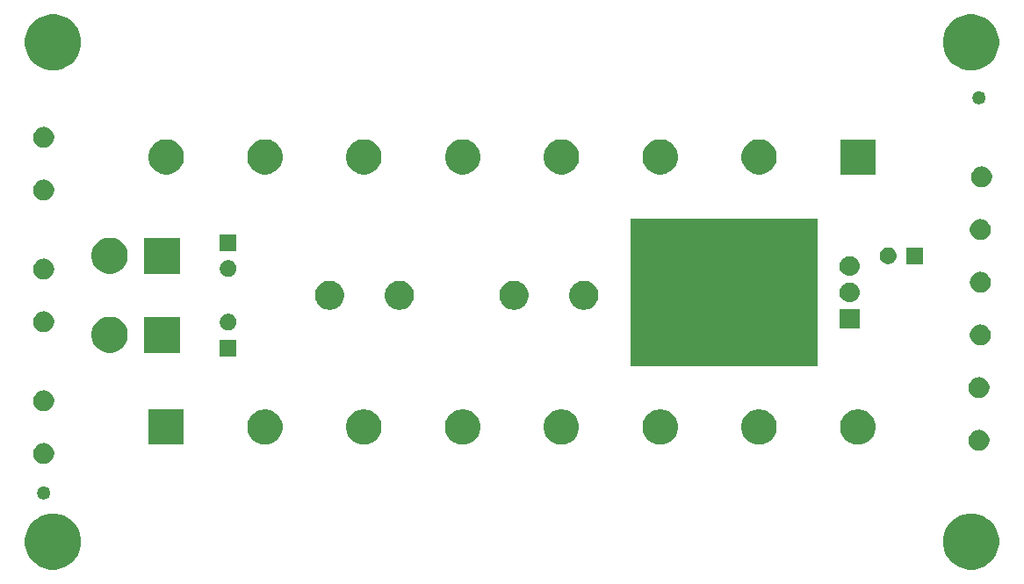
<source format=gbr>
G04 #@! TF.GenerationSoftware,KiCad,Pcbnew,5.0.2-bee76a0~70~ubuntu18.04.1*
G04 #@! TF.CreationDate,2019-06-21T09:24:01-07:00*
G04 #@! TF.ProjectId,aa-power,61612d70-6f77-4657-922e-6b696361645f,rev?*
G04 #@! TF.SameCoordinates,Original*
G04 #@! TF.FileFunction,Soldermask,Bot*
G04 #@! TF.FilePolarity,Negative*
%FSLAX46Y46*%
G04 Gerber Fmt 4.6, Leading zero omitted, Abs format (unit mm)*
G04 Created by KiCad (PCBNEW 5.0.2-bee76a0~70~ubuntu18.04.1) date Fri 21 Jun 2019 09:24:01 AM PDT*
%MOMM*%
%LPD*%
G01*
G04 APERTURE LIST*
%ADD10C,0.100000*%
G04 APERTURE END LIST*
D10*
G36*
X194335560Y-121482759D02*
X194786084Y-121669372D01*
X194826930Y-121686291D01*
X194846736Y-121699525D01*
X195269153Y-121981775D01*
X195645225Y-122357847D01*
X195940710Y-122800072D01*
X196144241Y-123291440D01*
X196248000Y-123813072D01*
X196248000Y-124344928D01*
X196144241Y-124866560D01*
X195940710Y-125357928D01*
X195645225Y-125800153D01*
X195269153Y-126176225D01*
X195269150Y-126176227D01*
X194826930Y-126471709D01*
X194826929Y-126471710D01*
X194826928Y-126471710D01*
X194335560Y-126675241D01*
X193813928Y-126779000D01*
X193282072Y-126779000D01*
X192760440Y-126675241D01*
X192269072Y-126471710D01*
X192269071Y-126471710D01*
X192269070Y-126471709D01*
X191826850Y-126176227D01*
X191826847Y-126176225D01*
X191450775Y-125800153D01*
X191155290Y-125357928D01*
X190951759Y-124866560D01*
X190848000Y-124344928D01*
X190848000Y-123813072D01*
X190951759Y-123291440D01*
X191155290Y-122800072D01*
X191450775Y-122357847D01*
X191826847Y-121981775D01*
X192249264Y-121699525D01*
X192269070Y-121686291D01*
X192309916Y-121669372D01*
X192760440Y-121482759D01*
X193282072Y-121379000D01*
X193813928Y-121379000D01*
X194335560Y-121482759D01*
X194335560Y-121482759D01*
G37*
G36*
X105816560Y-121482759D02*
X106267084Y-121669372D01*
X106307930Y-121686291D01*
X106327736Y-121699525D01*
X106750153Y-121981775D01*
X107126225Y-122357847D01*
X107421710Y-122800072D01*
X107625241Y-123291440D01*
X107729000Y-123813072D01*
X107729000Y-124344928D01*
X107625241Y-124866560D01*
X107421710Y-125357928D01*
X107126225Y-125800153D01*
X106750153Y-126176225D01*
X106750150Y-126176227D01*
X106307930Y-126471709D01*
X106307929Y-126471710D01*
X106307928Y-126471710D01*
X105816560Y-126675241D01*
X105294928Y-126779000D01*
X104763072Y-126779000D01*
X104241440Y-126675241D01*
X103750072Y-126471710D01*
X103750071Y-126471710D01*
X103750070Y-126471709D01*
X103307850Y-126176227D01*
X103307847Y-126176225D01*
X102931775Y-125800153D01*
X102636290Y-125357928D01*
X102432759Y-124866560D01*
X102329000Y-124344928D01*
X102329000Y-123813072D01*
X102432759Y-123291440D01*
X102636290Y-122800072D01*
X102931775Y-122357847D01*
X103307847Y-121981775D01*
X103730264Y-121699525D01*
X103750070Y-121686291D01*
X103790916Y-121669372D01*
X104241440Y-121482759D01*
X104763072Y-121379000D01*
X105294928Y-121379000D01*
X105816560Y-121482759D01*
X105816560Y-121482759D01*
G37*
G36*
X104325223Y-118769403D02*
X104440784Y-118817270D01*
X104544792Y-118886766D01*
X104633234Y-118975208D01*
X104702730Y-119079216D01*
X104750597Y-119194777D01*
X104775000Y-119317459D01*
X104775000Y-119442541D01*
X104750597Y-119565223D01*
X104702730Y-119680784D01*
X104633234Y-119784792D01*
X104544792Y-119873234D01*
X104440784Y-119942730D01*
X104325223Y-119990597D01*
X104202542Y-120015000D01*
X104077458Y-120015000D01*
X103954777Y-119990597D01*
X103839216Y-119942730D01*
X103735208Y-119873234D01*
X103646766Y-119784792D01*
X103577270Y-119680784D01*
X103529403Y-119565223D01*
X103505000Y-119442541D01*
X103505000Y-119317459D01*
X103529403Y-119194777D01*
X103577270Y-119079216D01*
X103646766Y-118975208D01*
X103735208Y-118886766D01*
X103839216Y-118817270D01*
X103954777Y-118769403D01*
X104077458Y-118745000D01*
X104202542Y-118745000D01*
X104325223Y-118769403D01*
X104325223Y-118769403D01*
G37*
G36*
X104315770Y-114585372D02*
X104431689Y-114608429D01*
X104613678Y-114683811D01*
X104777463Y-114793249D01*
X104916751Y-114932537D01*
X105026189Y-115096322D01*
X105101571Y-115278311D01*
X105140000Y-115471509D01*
X105140000Y-115668491D01*
X105101571Y-115861689D01*
X105026189Y-116043678D01*
X104916751Y-116207463D01*
X104777463Y-116346751D01*
X104613678Y-116456189D01*
X104431689Y-116531571D01*
X104315770Y-116554628D01*
X104238493Y-116570000D01*
X104041507Y-116570000D01*
X103964230Y-116554628D01*
X103848311Y-116531571D01*
X103666322Y-116456189D01*
X103502537Y-116346751D01*
X103363249Y-116207463D01*
X103253811Y-116043678D01*
X103178429Y-115861689D01*
X103140000Y-115668491D01*
X103140000Y-115471509D01*
X103178429Y-115278311D01*
X103253811Y-115096322D01*
X103363249Y-114932537D01*
X103502537Y-114793249D01*
X103666322Y-114683811D01*
X103848311Y-114608429D01*
X103964230Y-114585372D01*
X104041507Y-114570000D01*
X104238493Y-114570000D01*
X104315770Y-114585372D01*
X104315770Y-114585372D01*
G37*
G36*
X194485770Y-113315372D02*
X194601689Y-113338429D01*
X194783678Y-113413811D01*
X194947463Y-113523249D01*
X195086751Y-113662537D01*
X195196189Y-113826322D01*
X195271571Y-114008311D01*
X195310000Y-114201509D01*
X195310000Y-114398491D01*
X195271571Y-114591689D01*
X195196189Y-114773678D01*
X195086751Y-114937463D01*
X194947463Y-115076751D01*
X194783678Y-115186189D01*
X194601689Y-115261571D01*
X194485770Y-115284628D01*
X194408493Y-115300000D01*
X194211507Y-115300000D01*
X194134230Y-115284628D01*
X194018311Y-115261571D01*
X193836322Y-115186189D01*
X193672537Y-115076751D01*
X193533249Y-114937463D01*
X193423811Y-114773678D01*
X193348429Y-114591689D01*
X193310000Y-114398491D01*
X193310000Y-114201509D01*
X193348429Y-114008311D01*
X193423811Y-113826322D01*
X193533249Y-113662537D01*
X193672537Y-113523249D01*
X193836322Y-113413811D01*
X194018311Y-113338429D01*
X194134230Y-113315372D01*
X194211507Y-113300000D01*
X194408493Y-113300000D01*
X194485770Y-113315372D01*
X194485770Y-113315372D01*
G37*
G36*
X183012393Y-111373553D02*
X183121872Y-111395330D01*
X183431252Y-111523479D01*
X183709687Y-111709523D01*
X183946477Y-111946313D01*
X184132521Y-112224748D01*
X184260670Y-112534128D01*
X184326000Y-112862565D01*
X184326000Y-113197435D01*
X184260670Y-113525872D01*
X184132521Y-113835252D01*
X183946477Y-114113687D01*
X183709687Y-114350477D01*
X183431252Y-114536521D01*
X183121872Y-114664670D01*
X183025643Y-114683811D01*
X182793437Y-114730000D01*
X182458563Y-114730000D01*
X182226357Y-114683811D01*
X182130128Y-114664670D01*
X181820748Y-114536521D01*
X181542313Y-114350477D01*
X181305523Y-114113687D01*
X181119479Y-113835252D01*
X180991330Y-113525872D01*
X180926000Y-113197435D01*
X180926000Y-112862565D01*
X180991330Y-112534128D01*
X181119479Y-112224748D01*
X181305523Y-111946313D01*
X181542313Y-111709523D01*
X181820748Y-111523479D01*
X182130128Y-111395330D01*
X182239607Y-111373553D01*
X182458563Y-111330000D01*
X182793437Y-111330000D01*
X183012393Y-111373553D01*
X183012393Y-111373553D01*
G37*
G36*
X135387393Y-111373553D02*
X135496872Y-111395330D01*
X135806252Y-111523479D01*
X136084687Y-111709523D01*
X136321477Y-111946313D01*
X136507521Y-112224748D01*
X136635670Y-112534128D01*
X136701000Y-112862565D01*
X136701000Y-113197435D01*
X136635670Y-113525872D01*
X136507521Y-113835252D01*
X136321477Y-114113687D01*
X136084687Y-114350477D01*
X135806252Y-114536521D01*
X135496872Y-114664670D01*
X135400643Y-114683811D01*
X135168437Y-114730000D01*
X134833563Y-114730000D01*
X134601357Y-114683811D01*
X134505128Y-114664670D01*
X134195748Y-114536521D01*
X133917313Y-114350477D01*
X133680523Y-114113687D01*
X133494479Y-113835252D01*
X133366330Y-113525872D01*
X133301000Y-113197435D01*
X133301000Y-112862565D01*
X133366330Y-112534128D01*
X133494479Y-112224748D01*
X133680523Y-111946313D01*
X133917313Y-111709523D01*
X134195748Y-111523479D01*
X134505128Y-111395330D01*
X134614607Y-111373553D01*
X134833563Y-111330000D01*
X135168437Y-111330000D01*
X135387393Y-111373553D01*
X135387393Y-111373553D01*
G37*
G36*
X144912393Y-111373553D02*
X145021872Y-111395330D01*
X145331252Y-111523479D01*
X145609687Y-111709523D01*
X145846477Y-111946313D01*
X146032521Y-112224748D01*
X146160670Y-112534128D01*
X146226000Y-112862565D01*
X146226000Y-113197435D01*
X146160670Y-113525872D01*
X146032521Y-113835252D01*
X145846477Y-114113687D01*
X145609687Y-114350477D01*
X145331252Y-114536521D01*
X145021872Y-114664670D01*
X144925643Y-114683811D01*
X144693437Y-114730000D01*
X144358563Y-114730000D01*
X144126357Y-114683811D01*
X144030128Y-114664670D01*
X143720748Y-114536521D01*
X143442313Y-114350477D01*
X143205523Y-114113687D01*
X143019479Y-113835252D01*
X142891330Y-113525872D01*
X142826000Y-113197435D01*
X142826000Y-112862565D01*
X142891330Y-112534128D01*
X143019479Y-112224748D01*
X143205523Y-111946313D01*
X143442313Y-111709523D01*
X143720748Y-111523479D01*
X144030128Y-111395330D01*
X144139607Y-111373553D01*
X144358563Y-111330000D01*
X144693437Y-111330000D01*
X144912393Y-111373553D01*
X144912393Y-111373553D01*
G37*
G36*
X154432393Y-111373553D02*
X154541872Y-111395330D01*
X154851252Y-111523479D01*
X155129687Y-111709523D01*
X155366477Y-111946313D01*
X155552521Y-112224748D01*
X155680670Y-112534128D01*
X155746000Y-112862565D01*
X155746000Y-113197435D01*
X155680670Y-113525872D01*
X155552521Y-113835252D01*
X155366477Y-114113687D01*
X155129687Y-114350477D01*
X154851252Y-114536521D01*
X154541872Y-114664670D01*
X154445643Y-114683811D01*
X154213437Y-114730000D01*
X153878563Y-114730000D01*
X153646357Y-114683811D01*
X153550128Y-114664670D01*
X153240748Y-114536521D01*
X152962313Y-114350477D01*
X152725523Y-114113687D01*
X152539479Y-113835252D01*
X152411330Y-113525872D01*
X152346000Y-113197435D01*
X152346000Y-112862565D01*
X152411330Y-112534128D01*
X152539479Y-112224748D01*
X152725523Y-111946313D01*
X152962313Y-111709523D01*
X153240748Y-111523479D01*
X153550128Y-111395330D01*
X153659607Y-111373553D01*
X153878563Y-111330000D01*
X154213437Y-111330000D01*
X154432393Y-111373553D01*
X154432393Y-111373553D01*
G37*
G36*
X163962393Y-111373553D02*
X164071872Y-111395330D01*
X164381252Y-111523479D01*
X164659687Y-111709523D01*
X164896477Y-111946313D01*
X165082521Y-112224748D01*
X165210670Y-112534128D01*
X165276000Y-112862565D01*
X165276000Y-113197435D01*
X165210670Y-113525872D01*
X165082521Y-113835252D01*
X164896477Y-114113687D01*
X164659687Y-114350477D01*
X164381252Y-114536521D01*
X164071872Y-114664670D01*
X163975643Y-114683811D01*
X163743437Y-114730000D01*
X163408563Y-114730000D01*
X163176357Y-114683811D01*
X163080128Y-114664670D01*
X162770748Y-114536521D01*
X162492313Y-114350477D01*
X162255523Y-114113687D01*
X162069479Y-113835252D01*
X161941330Y-113525872D01*
X161876000Y-113197435D01*
X161876000Y-112862565D01*
X161941330Y-112534128D01*
X162069479Y-112224748D01*
X162255523Y-111946313D01*
X162492313Y-111709523D01*
X162770748Y-111523479D01*
X163080128Y-111395330D01*
X163189607Y-111373553D01*
X163408563Y-111330000D01*
X163743437Y-111330000D01*
X163962393Y-111373553D01*
X163962393Y-111373553D01*
G37*
G36*
X173487393Y-111373553D02*
X173596872Y-111395330D01*
X173906252Y-111523479D01*
X174184687Y-111709523D01*
X174421477Y-111946313D01*
X174607521Y-112224748D01*
X174735670Y-112534128D01*
X174801000Y-112862565D01*
X174801000Y-113197435D01*
X174735670Y-113525872D01*
X174607521Y-113835252D01*
X174421477Y-114113687D01*
X174184687Y-114350477D01*
X173906252Y-114536521D01*
X173596872Y-114664670D01*
X173500643Y-114683811D01*
X173268437Y-114730000D01*
X172933563Y-114730000D01*
X172701357Y-114683811D01*
X172605128Y-114664670D01*
X172295748Y-114536521D01*
X172017313Y-114350477D01*
X171780523Y-114113687D01*
X171594479Y-113835252D01*
X171466330Y-113525872D01*
X171401000Y-113197435D01*
X171401000Y-112862565D01*
X171466330Y-112534128D01*
X171594479Y-112224748D01*
X171780523Y-111946313D01*
X172017313Y-111709523D01*
X172295748Y-111523479D01*
X172605128Y-111395330D01*
X172714607Y-111373553D01*
X172933563Y-111330000D01*
X173268437Y-111330000D01*
X173487393Y-111373553D01*
X173487393Y-111373553D01*
G37*
G36*
X117651000Y-114730000D02*
X114251000Y-114730000D01*
X114251000Y-111330000D01*
X117651000Y-111330000D01*
X117651000Y-114730000D01*
X117651000Y-114730000D01*
G37*
G36*
X125857393Y-111373553D02*
X125966872Y-111395330D01*
X126276252Y-111523479D01*
X126554687Y-111709523D01*
X126791477Y-111946313D01*
X126977521Y-112224748D01*
X127105670Y-112534128D01*
X127171000Y-112862565D01*
X127171000Y-113197435D01*
X127105670Y-113525872D01*
X126977521Y-113835252D01*
X126791477Y-114113687D01*
X126554687Y-114350477D01*
X126276252Y-114536521D01*
X125966872Y-114664670D01*
X125870643Y-114683811D01*
X125638437Y-114730000D01*
X125303563Y-114730000D01*
X125071357Y-114683811D01*
X124975128Y-114664670D01*
X124665748Y-114536521D01*
X124387313Y-114350477D01*
X124150523Y-114113687D01*
X123964479Y-113835252D01*
X123836330Y-113525872D01*
X123771000Y-113197435D01*
X123771000Y-112862565D01*
X123836330Y-112534128D01*
X123964479Y-112224748D01*
X124150523Y-111946313D01*
X124387313Y-111709523D01*
X124665748Y-111523479D01*
X124975128Y-111395330D01*
X125084607Y-111373553D01*
X125303563Y-111330000D01*
X125638437Y-111330000D01*
X125857393Y-111373553D01*
X125857393Y-111373553D01*
G37*
G36*
X104315770Y-109505372D02*
X104431689Y-109528429D01*
X104613678Y-109603811D01*
X104777463Y-109713249D01*
X104916751Y-109852537D01*
X105026189Y-110016322D01*
X105101571Y-110198311D01*
X105140000Y-110391509D01*
X105140000Y-110588491D01*
X105101571Y-110781689D01*
X105026189Y-110963678D01*
X104916751Y-111127463D01*
X104777463Y-111266751D01*
X104613678Y-111376189D01*
X104431689Y-111451571D01*
X104315770Y-111474628D01*
X104238493Y-111490000D01*
X104041507Y-111490000D01*
X103964230Y-111474628D01*
X103848311Y-111451571D01*
X103666322Y-111376189D01*
X103502537Y-111266751D01*
X103363249Y-111127463D01*
X103253811Y-110963678D01*
X103178429Y-110781689D01*
X103140000Y-110588491D01*
X103140000Y-110391509D01*
X103178429Y-110198311D01*
X103253811Y-110016322D01*
X103363249Y-109852537D01*
X103502537Y-109713249D01*
X103666322Y-109603811D01*
X103848311Y-109528429D01*
X103964230Y-109505372D01*
X104041507Y-109490000D01*
X104238493Y-109490000D01*
X104315770Y-109505372D01*
X104315770Y-109505372D01*
G37*
G36*
X194485770Y-108235372D02*
X194601689Y-108258429D01*
X194783678Y-108333811D01*
X194947463Y-108443249D01*
X195086751Y-108582537D01*
X195196189Y-108746322D01*
X195271571Y-108928311D01*
X195310000Y-109121509D01*
X195310000Y-109318491D01*
X195271571Y-109511689D01*
X195196189Y-109693678D01*
X195086751Y-109857463D01*
X194947463Y-109996751D01*
X194783678Y-110106189D01*
X194601689Y-110181571D01*
X194485770Y-110204628D01*
X194408493Y-110220000D01*
X194211507Y-110220000D01*
X194134230Y-110204628D01*
X194018311Y-110181571D01*
X193836322Y-110106189D01*
X193672537Y-109996751D01*
X193533249Y-109857463D01*
X193423811Y-109693678D01*
X193348429Y-109511689D01*
X193310000Y-109318491D01*
X193310000Y-109121509D01*
X193348429Y-108928311D01*
X193423811Y-108746322D01*
X193533249Y-108582537D01*
X193672537Y-108443249D01*
X193836322Y-108333811D01*
X194018311Y-108258429D01*
X194134230Y-108235372D01*
X194211507Y-108220000D01*
X194408493Y-108220000D01*
X194485770Y-108235372D01*
X194485770Y-108235372D01*
G37*
G36*
X178794162Y-107164621D02*
X160760162Y-107164621D01*
X160760162Y-92940621D01*
X178794162Y-92940621D01*
X178794162Y-107164621D01*
X178794162Y-107164621D01*
G37*
G36*
X122720000Y-106210000D02*
X121120000Y-106210000D01*
X121120000Y-104610000D01*
X122720000Y-104610000D01*
X122720000Y-106210000D01*
X122720000Y-106210000D01*
G37*
G36*
X117320060Y-105890060D02*
X113819940Y-105890060D01*
X113819940Y-102389940D01*
X117320060Y-102389940D01*
X117320060Y-105890060D01*
X117320060Y-105890060D01*
G37*
G36*
X111000473Y-102457193D02*
X111318963Y-102589116D01*
X111605601Y-102780641D01*
X111849359Y-103024399D01*
X112040884Y-103311037D01*
X112172807Y-103629527D01*
X112240060Y-103967633D01*
X112240060Y-104312367D01*
X112172807Y-104650473D01*
X112040884Y-104968963D01*
X111849359Y-105255601D01*
X111605601Y-105499359D01*
X111318963Y-105690884D01*
X111000473Y-105822807D01*
X110662367Y-105890060D01*
X110317633Y-105890060D01*
X109979527Y-105822807D01*
X109661037Y-105690884D01*
X109374399Y-105499359D01*
X109130641Y-105255601D01*
X108939116Y-104968963D01*
X108807193Y-104650473D01*
X108739940Y-104312367D01*
X108739940Y-103967633D01*
X108807193Y-103629527D01*
X108939116Y-103311037D01*
X109130641Y-103024399D01*
X109374399Y-102780641D01*
X109661037Y-102589116D01*
X109979527Y-102457193D01*
X110317633Y-102389940D01*
X110662367Y-102389940D01*
X111000473Y-102457193D01*
X111000473Y-102457193D01*
G37*
G36*
X194612770Y-103155372D02*
X194728689Y-103178429D01*
X194910678Y-103253811D01*
X195074463Y-103363249D01*
X195213751Y-103502537D01*
X195323189Y-103666322D01*
X195398571Y-103848311D01*
X195437000Y-104041509D01*
X195437000Y-104238491D01*
X195398571Y-104431689D01*
X195323189Y-104613678D01*
X195213751Y-104777463D01*
X195074463Y-104916751D01*
X194910678Y-105026189D01*
X194728689Y-105101571D01*
X194612770Y-105124628D01*
X194535493Y-105140000D01*
X194338507Y-105140000D01*
X194261230Y-105124628D01*
X194145311Y-105101571D01*
X193963322Y-105026189D01*
X193799537Y-104916751D01*
X193660249Y-104777463D01*
X193550811Y-104613678D01*
X193475429Y-104431689D01*
X193437000Y-104238491D01*
X193437000Y-104041509D01*
X193475429Y-103848311D01*
X193550811Y-103666322D01*
X193660249Y-103502537D01*
X193799537Y-103363249D01*
X193963322Y-103253811D01*
X194145311Y-103178429D01*
X194261230Y-103155372D01*
X194338507Y-103140000D01*
X194535493Y-103140000D01*
X194612770Y-103155372D01*
X194612770Y-103155372D01*
G37*
G36*
X104315770Y-101885372D02*
X104431689Y-101908429D01*
X104613678Y-101983811D01*
X104777463Y-102093249D01*
X104916751Y-102232537D01*
X105026189Y-102396322D01*
X105101571Y-102578311D01*
X105103720Y-102589116D01*
X105140000Y-102771507D01*
X105140000Y-102968493D01*
X105128879Y-103024399D01*
X105101571Y-103161689D01*
X105026189Y-103343678D01*
X104916751Y-103507463D01*
X104777463Y-103646751D01*
X104613678Y-103756189D01*
X104431689Y-103831571D01*
X104315770Y-103854628D01*
X104238493Y-103870000D01*
X104041507Y-103870000D01*
X103964230Y-103854628D01*
X103848311Y-103831571D01*
X103666322Y-103756189D01*
X103502537Y-103646751D01*
X103363249Y-103507463D01*
X103253811Y-103343678D01*
X103178429Y-103161689D01*
X103151121Y-103024399D01*
X103140000Y-102968493D01*
X103140000Y-102771507D01*
X103176280Y-102589116D01*
X103178429Y-102578311D01*
X103253811Y-102396322D01*
X103363249Y-102232537D01*
X103502537Y-102093249D01*
X103666322Y-101983811D01*
X103848311Y-101908429D01*
X103964230Y-101885372D01*
X104041507Y-101870000D01*
X104238493Y-101870000D01*
X104315770Y-101885372D01*
X104315770Y-101885372D01*
G37*
G36*
X122153352Y-102140743D02*
X122298941Y-102201048D01*
X122429973Y-102288601D01*
X122541399Y-102400027D01*
X122628952Y-102531059D01*
X122689257Y-102676648D01*
X122720000Y-102831205D01*
X122720000Y-102988795D01*
X122689257Y-103143352D01*
X122628952Y-103288941D01*
X122541399Y-103419973D01*
X122429973Y-103531399D01*
X122298941Y-103618952D01*
X122153352Y-103679257D01*
X121998795Y-103710000D01*
X121841205Y-103710000D01*
X121686648Y-103679257D01*
X121541059Y-103618952D01*
X121410027Y-103531399D01*
X121298601Y-103419973D01*
X121211048Y-103288941D01*
X121150743Y-103143352D01*
X121120000Y-102988795D01*
X121120000Y-102831205D01*
X121150743Y-102676648D01*
X121211048Y-102531059D01*
X121298601Y-102400027D01*
X121410027Y-102288601D01*
X121541059Y-102201048D01*
X121686648Y-102140743D01*
X121841205Y-102110000D01*
X121998795Y-102110000D01*
X122153352Y-102140743D01*
X122153352Y-102140743D01*
G37*
G36*
X182842162Y-103545121D02*
X180842162Y-103545121D01*
X180842162Y-101640121D01*
X182842162Y-101640121D01*
X182842162Y-103545121D01*
X182842162Y-103545121D01*
G37*
G36*
X131903039Y-98953354D02*
X132104448Y-98993417D01*
X132357412Y-99098198D01*
X132585074Y-99250316D01*
X132778684Y-99443926D01*
X132930802Y-99671588D01*
X133035583Y-99924552D01*
X133089000Y-100193097D01*
X133089000Y-100466903D01*
X133035583Y-100735448D01*
X132930802Y-100988412D01*
X132778684Y-101216074D01*
X132585074Y-101409684D01*
X132357412Y-101561802D01*
X132104448Y-101666583D01*
X131903039Y-101706646D01*
X131835904Y-101720000D01*
X131562096Y-101720000D01*
X131494961Y-101706646D01*
X131293552Y-101666583D01*
X131040588Y-101561802D01*
X130812926Y-101409684D01*
X130619316Y-101216074D01*
X130467198Y-100988412D01*
X130362417Y-100735448D01*
X130309000Y-100466903D01*
X130309000Y-100193097D01*
X130362417Y-99924552D01*
X130467198Y-99671588D01*
X130619316Y-99443926D01*
X130812926Y-99250316D01*
X131040588Y-99098198D01*
X131293552Y-98993417D01*
X131494961Y-98953354D01*
X131562096Y-98940000D01*
X131835904Y-98940000D01*
X131903039Y-98953354D01*
X131903039Y-98953354D01*
G37*
G36*
X149683039Y-98953354D02*
X149884448Y-98993417D01*
X150137412Y-99098198D01*
X150365074Y-99250316D01*
X150558684Y-99443926D01*
X150710802Y-99671588D01*
X150815583Y-99924552D01*
X150869000Y-100193097D01*
X150869000Y-100466903D01*
X150815583Y-100735448D01*
X150710802Y-100988412D01*
X150558684Y-101216074D01*
X150365074Y-101409684D01*
X150137412Y-101561802D01*
X149884448Y-101666583D01*
X149683039Y-101706646D01*
X149615904Y-101720000D01*
X149342096Y-101720000D01*
X149274961Y-101706646D01*
X149073552Y-101666583D01*
X148820588Y-101561802D01*
X148592926Y-101409684D01*
X148399316Y-101216074D01*
X148247198Y-100988412D01*
X148142417Y-100735448D01*
X148089000Y-100466903D01*
X148089000Y-100193097D01*
X148142417Y-99924552D01*
X148247198Y-99671588D01*
X148399316Y-99443926D01*
X148592926Y-99250316D01*
X148820588Y-99098198D01*
X149073552Y-98993417D01*
X149274961Y-98953354D01*
X149342096Y-98940000D01*
X149615904Y-98940000D01*
X149683039Y-98953354D01*
X149683039Y-98953354D01*
G37*
G36*
X138634039Y-98953354D02*
X138835448Y-98993417D01*
X139088412Y-99098198D01*
X139316074Y-99250316D01*
X139509684Y-99443926D01*
X139661802Y-99671588D01*
X139766583Y-99924552D01*
X139820000Y-100193097D01*
X139820000Y-100466903D01*
X139766583Y-100735448D01*
X139661802Y-100988412D01*
X139509684Y-101216074D01*
X139316074Y-101409684D01*
X139088412Y-101561802D01*
X138835448Y-101666583D01*
X138634039Y-101706646D01*
X138566904Y-101720000D01*
X138293096Y-101720000D01*
X138225961Y-101706646D01*
X138024552Y-101666583D01*
X137771588Y-101561802D01*
X137543926Y-101409684D01*
X137350316Y-101216074D01*
X137198198Y-100988412D01*
X137093417Y-100735448D01*
X137040000Y-100466903D01*
X137040000Y-100193097D01*
X137093417Y-99924552D01*
X137198198Y-99671588D01*
X137350316Y-99443926D01*
X137543926Y-99250316D01*
X137771588Y-99098198D01*
X138024552Y-98993417D01*
X138225961Y-98953354D01*
X138293096Y-98940000D01*
X138566904Y-98940000D01*
X138634039Y-98953354D01*
X138634039Y-98953354D01*
G37*
G36*
X156414039Y-98953354D02*
X156615448Y-98993417D01*
X156868412Y-99098198D01*
X157096074Y-99250316D01*
X157289684Y-99443926D01*
X157441802Y-99671588D01*
X157546583Y-99924552D01*
X157600000Y-100193097D01*
X157600000Y-100466903D01*
X157546583Y-100735448D01*
X157441802Y-100988412D01*
X157289684Y-101216074D01*
X157096074Y-101409684D01*
X156868412Y-101561802D01*
X156615448Y-101666583D01*
X156414039Y-101706646D01*
X156346904Y-101720000D01*
X156073096Y-101720000D01*
X156005961Y-101706646D01*
X155804552Y-101666583D01*
X155551588Y-101561802D01*
X155323926Y-101409684D01*
X155130316Y-101216074D01*
X154978198Y-100988412D01*
X154873417Y-100735448D01*
X154820000Y-100466903D01*
X154820000Y-100193097D01*
X154873417Y-99924552D01*
X154978198Y-99671588D01*
X155130316Y-99443926D01*
X155323926Y-99250316D01*
X155551588Y-99098198D01*
X155804552Y-98993417D01*
X156005961Y-98953354D01*
X156073096Y-98940000D01*
X156346904Y-98940000D01*
X156414039Y-98953354D01*
X156414039Y-98953354D01*
G37*
G36*
X182076386Y-99113903D02*
X182255931Y-99168368D01*
X182421403Y-99256814D01*
X182566440Y-99375843D01*
X182685469Y-99520880D01*
X182773915Y-99686352D01*
X182828380Y-99865897D01*
X182846770Y-100052621D01*
X182828380Y-100239345D01*
X182773915Y-100418890D01*
X182685469Y-100584362D01*
X182566440Y-100729399D01*
X182421403Y-100848428D01*
X182255931Y-100936874D01*
X182076386Y-100991339D01*
X181936451Y-101005121D01*
X181747873Y-101005121D01*
X181607938Y-100991339D01*
X181428393Y-100936874D01*
X181262921Y-100848428D01*
X181117884Y-100729399D01*
X180998855Y-100584362D01*
X180910409Y-100418890D01*
X180855944Y-100239345D01*
X180837554Y-100052621D01*
X180855944Y-99865897D01*
X180910409Y-99686352D01*
X180998855Y-99520880D01*
X181117884Y-99375843D01*
X181262921Y-99256814D01*
X181428393Y-99168368D01*
X181607938Y-99113903D01*
X181747873Y-99100121D01*
X181936451Y-99100121D01*
X182076386Y-99113903D01*
X182076386Y-99113903D01*
G37*
G36*
X194612770Y-98075372D02*
X194728689Y-98098429D01*
X194910678Y-98173811D01*
X195074463Y-98283249D01*
X195213751Y-98422537D01*
X195323189Y-98586322D01*
X195398571Y-98768311D01*
X195421628Y-98884230D01*
X195437000Y-98961507D01*
X195437000Y-99158493D01*
X195421628Y-99235770D01*
X195398571Y-99351689D01*
X195323189Y-99533678D01*
X195213751Y-99697463D01*
X195074463Y-99836751D01*
X194910678Y-99946189D01*
X194728689Y-100021571D01*
X194612770Y-100044628D01*
X194535493Y-100060000D01*
X194338507Y-100060000D01*
X194261230Y-100044628D01*
X194145311Y-100021571D01*
X193963322Y-99946189D01*
X193799537Y-99836751D01*
X193660249Y-99697463D01*
X193550811Y-99533678D01*
X193475429Y-99351689D01*
X193452372Y-99235770D01*
X193437000Y-99158493D01*
X193437000Y-98961507D01*
X193452372Y-98884230D01*
X193475429Y-98768311D01*
X193550811Y-98586322D01*
X193660249Y-98422537D01*
X193799537Y-98283249D01*
X193963322Y-98173811D01*
X194145311Y-98098429D01*
X194261230Y-98075372D01*
X194338507Y-98060000D01*
X194535493Y-98060000D01*
X194612770Y-98075372D01*
X194612770Y-98075372D01*
G37*
G36*
X104315770Y-96805372D02*
X104431689Y-96828429D01*
X104613678Y-96903811D01*
X104777463Y-97013249D01*
X104916751Y-97152537D01*
X105026189Y-97316322D01*
X105101571Y-97498311D01*
X105124628Y-97614230D01*
X105135962Y-97671205D01*
X105140000Y-97691509D01*
X105140000Y-97888491D01*
X105101571Y-98081689D01*
X105026189Y-98263678D01*
X104916751Y-98427463D01*
X104777463Y-98566751D01*
X104613678Y-98676189D01*
X104431689Y-98751571D01*
X104315770Y-98774628D01*
X104238493Y-98790000D01*
X104041507Y-98790000D01*
X103964230Y-98774628D01*
X103848311Y-98751571D01*
X103666322Y-98676189D01*
X103502537Y-98566751D01*
X103363249Y-98427463D01*
X103253811Y-98263678D01*
X103178429Y-98081689D01*
X103140000Y-97888491D01*
X103140000Y-97691509D01*
X103144039Y-97671205D01*
X103155372Y-97614230D01*
X103178429Y-97498311D01*
X103253811Y-97316322D01*
X103363249Y-97152537D01*
X103502537Y-97013249D01*
X103666322Y-96903811D01*
X103848311Y-96828429D01*
X103964230Y-96805372D01*
X104041507Y-96790000D01*
X104238493Y-96790000D01*
X104315770Y-96805372D01*
X104315770Y-96805372D01*
G37*
G36*
X122153352Y-96980743D02*
X122298941Y-97041048D01*
X122429973Y-97128601D01*
X122541399Y-97240027D01*
X122628952Y-97371059D01*
X122689257Y-97516648D01*
X122720000Y-97671205D01*
X122720000Y-97828795D01*
X122689257Y-97983352D01*
X122628952Y-98128941D01*
X122541399Y-98259973D01*
X122429973Y-98371399D01*
X122298941Y-98458952D01*
X122153352Y-98519257D01*
X121998795Y-98550000D01*
X121841205Y-98550000D01*
X121686648Y-98519257D01*
X121541059Y-98458952D01*
X121410027Y-98371399D01*
X121298601Y-98259973D01*
X121211048Y-98128941D01*
X121150743Y-97983352D01*
X121120000Y-97828795D01*
X121120000Y-97671205D01*
X121150743Y-97516648D01*
X121211048Y-97371059D01*
X121298601Y-97240027D01*
X121410027Y-97128601D01*
X121541059Y-97041048D01*
X121686648Y-96980743D01*
X121841205Y-96950000D01*
X121998795Y-96950000D01*
X122153352Y-96980743D01*
X122153352Y-96980743D01*
G37*
G36*
X182076386Y-96573903D02*
X182255931Y-96628368D01*
X182421403Y-96716814D01*
X182566440Y-96835843D01*
X182685469Y-96980880D01*
X182773915Y-97146352D01*
X182828380Y-97325897D01*
X182846770Y-97512621D01*
X182828380Y-97699345D01*
X182773915Y-97878890D01*
X182685469Y-98044362D01*
X182566440Y-98189399D01*
X182421403Y-98308428D01*
X182255931Y-98396874D01*
X182076386Y-98451339D01*
X181936451Y-98465121D01*
X181747873Y-98465121D01*
X181607938Y-98451339D01*
X181428393Y-98396874D01*
X181262921Y-98308428D01*
X181117884Y-98189399D01*
X180998855Y-98044362D01*
X180910409Y-97878890D01*
X180855944Y-97699345D01*
X180837554Y-97512621D01*
X180855944Y-97325897D01*
X180910409Y-97146352D01*
X180998855Y-96980880D01*
X181117884Y-96835843D01*
X181262921Y-96716814D01*
X181428393Y-96628368D01*
X181607938Y-96573903D01*
X181747873Y-96560121D01*
X181936451Y-96560121D01*
X182076386Y-96573903D01*
X182076386Y-96573903D01*
G37*
G36*
X117320060Y-98270060D02*
X113819940Y-98270060D01*
X113819940Y-94769940D01*
X117320060Y-94769940D01*
X117320060Y-98270060D01*
X117320060Y-98270060D01*
G37*
G36*
X111000473Y-94837193D02*
X111318963Y-94969116D01*
X111605601Y-95160641D01*
X111849359Y-95404399D01*
X112040884Y-95691037D01*
X112172807Y-96009527D01*
X112240060Y-96347633D01*
X112240060Y-96692367D01*
X112172807Y-97030473D01*
X112040884Y-97348963D01*
X111849359Y-97635601D01*
X111605601Y-97879359D01*
X111318963Y-98070884D01*
X111000473Y-98202807D01*
X110662367Y-98270060D01*
X110317633Y-98270060D01*
X109979527Y-98202807D01*
X109661037Y-98070884D01*
X109374399Y-97879359D01*
X109130641Y-97635601D01*
X108939116Y-97348963D01*
X108807193Y-97030473D01*
X108739940Y-96692367D01*
X108739940Y-96347633D01*
X108807193Y-96009527D01*
X108939116Y-95691037D01*
X109130641Y-95404399D01*
X109374399Y-95160641D01*
X109661037Y-94969116D01*
X109979527Y-94837193D01*
X110317633Y-94769940D01*
X110662367Y-94769940D01*
X111000473Y-94837193D01*
X111000473Y-94837193D01*
G37*
G36*
X185664649Y-95727717D02*
X185703827Y-95731576D01*
X185779227Y-95754448D01*
X185854629Y-95777321D01*
X185993608Y-95851608D01*
X186115422Y-95951578D01*
X186215392Y-96073392D01*
X186289679Y-96212371D01*
X186335424Y-96363174D01*
X186350870Y-96520000D01*
X186335424Y-96676826D01*
X186289679Y-96827629D01*
X186215392Y-96966608D01*
X186115422Y-97088422D01*
X185993608Y-97188392D01*
X185854629Y-97262679D01*
X185779228Y-97285551D01*
X185703827Y-97308424D01*
X185664649Y-97312283D01*
X185586295Y-97320000D01*
X185507705Y-97320000D01*
X185429351Y-97312283D01*
X185390173Y-97308424D01*
X185314772Y-97285551D01*
X185239371Y-97262679D01*
X185100392Y-97188392D01*
X184978578Y-97088422D01*
X184878608Y-96966608D01*
X184804321Y-96827629D01*
X184758576Y-96676826D01*
X184743130Y-96520000D01*
X184758576Y-96363174D01*
X184804321Y-96212371D01*
X184878608Y-96073392D01*
X184978578Y-95951578D01*
X185100392Y-95851608D01*
X185239371Y-95777321D01*
X185314773Y-95754448D01*
X185390173Y-95731576D01*
X185429351Y-95727717D01*
X185507705Y-95720000D01*
X185586295Y-95720000D01*
X185664649Y-95727717D01*
X185664649Y-95727717D01*
G37*
G36*
X188887000Y-97320000D02*
X187287000Y-97320000D01*
X187287000Y-95720000D01*
X188887000Y-95720000D01*
X188887000Y-97320000D01*
X188887000Y-97320000D01*
G37*
G36*
X122720000Y-96050000D02*
X121120000Y-96050000D01*
X121120000Y-94450000D01*
X122720000Y-94450000D01*
X122720000Y-96050000D01*
X122720000Y-96050000D01*
G37*
G36*
X194612770Y-92995372D02*
X194728689Y-93018429D01*
X194910678Y-93093811D01*
X195074463Y-93203249D01*
X195213751Y-93342537D01*
X195323189Y-93506322D01*
X195398571Y-93688311D01*
X195437000Y-93881509D01*
X195437000Y-94078491D01*
X195398571Y-94271689D01*
X195323189Y-94453678D01*
X195213751Y-94617463D01*
X195074463Y-94756751D01*
X194910678Y-94866189D01*
X194728689Y-94941571D01*
X194612770Y-94964628D01*
X194535493Y-94980000D01*
X194338507Y-94980000D01*
X194261230Y-94964628D01*
X194145311Y-94941571D01*
X193963322Y-94866189D01*
X193799537Y-94756751D01*
X193660249Y-94617463D01*
X193550811Y-94453678D01*
X193475429Y-94271689D01*
X193437000Y-94078491D01*
X193437000Y-93881509D01*
X193475429Y-93688311D01*
X193550811Y-93506322D01*
X193660249Y-93342537D01*
X193799537Y-93203249D01*
X193963322Y-93093811D01*
X194145311Y-93018429D01*
X194261230Y-92995372D01*
X194338507Y-92980000D01*
X194535493Y-92980000D01*
X194612770Y-92995372D01*
X194612770Y-92995372D01*
G37*
G36*
X104315770Y-89185372D02*
X104431689Y-89208429D01*
X104613678Y-89283811D01*
X104777463Y-89393249D01*
X104916751Y-89532537D01*
X105026189Y-89696322D01*
X105101571Y-89878311D01*
X105140000Y-90071509D01*
X105140000Y-90268491D01*
X105101571Y-90461689D01*
X105026189Y-90643678D01*
X104916751Y-90807463D01*
X104777463Y-90946751D01*
X104613678Y-91056189D01*
X104431689Y-91131571D01*
X104315770Y-91154628D01*
X104238493Y-91170000D01*
X104041507Y-91170000D01*
X103964230Y-91154628D01*
X103848311Y-91131571D01*
X103666322Y-91056189D01*
X103502537Y-90946751D01*
X103363249Y-90807463D01*
X103253811Y-90643678D01*
X103178429Y-90461689D01*
X103140000Y-90268491D01*
X103140000Y-90071509D01*
X103178429Y-89878311D01*
X103253811Y-89696322D01*
X103363249Y-89532537D01*
X103502537Y-89393249D01*
X103666322Y-89283811D01*
X103848311Y-89208429D01*
X103964230Y-89185372D01*
X104041507Y-89170000D01*
X104238493Y-89170000D01*
X104315770Y-89185372D01*
X104315770Y-89185372D01*
G37*
G36*
X194739770Y-87915372D02*
X194855689Y-87938429D01*
X195037678Y-88013811D01*
X195201463Y-88123249D01*
X195340751Y-88262537D01*
X195450189Y-88426322D01*
X195525571Y-88608311D01*
X195564000Y-88801509D01*
X195564000Y-88998491D01*
X195525571Y-89191689D01*
X195450189Y-89373678D01*
X195340751Y-89537463D01*
X195201463Y-89676751D01*
X195037678Y-89786189D01*
X194855689Y-89861571D01*
X194739770Y-89884628D01*
X194662493Y-89900000D01*
X194465507Y-89900000D01*
X194388230Y-89884628D01*
X194272311Y-89861571D01*
X194090322Y-89786189D01*
X193926537Y-89676751D01*
X193787249Y-89537463D01*
X193677811Y-89373678D01*
X193602429Y-89191689D01*
X193564000Y-88998491D01*
X193564000Y-88801509D01*
X193602429Y-88608311D01*
X193677811Y-88426322D01*
X193787249Y-88262537D01*
X193926537Y-88123249D01*
X194090322Y-88013811D01*
X194272311Y-87938429D01*
X194388230Y-87915372D01*
X194465507Y-87900000D01*
X194662493Y-87900000D01*
X194739770Y-87915372D01*
X194739770Y-87915372D01*
G37*
G36*
X184326000Y-88695000D02*
X180926000Y-88695000D01*
X180926000Y-85295000D01*
X184326000Y-85295000D01*
X184326000Y-88695000D01*
X184326000Y-88695000D01*
G37*
G36*
X173492393Y-85338553D02*
X173601872Y-85360330D01*
X173911252Y-85488479D01*
X174189687Y-85674523D01*
X174426477Y-85911313D01*
X174612521Y-86189748D01*
X174740670Y-86499128D01*
X174806000Y-86827565D01*
X174806000Y-87162435D01*
X174740670Y-87490872D01*
X174612521Y-87800252D01*
X174426477Y-88078687D01*
X174189687Y-88315477D01*
X173911252Y-88501521D01*
X173601872Y-88629670D01*
X173492393Y-88651447D01*
X173273437Y-88695000D01*
X172938563Y-88695000D01*
X172719607Y-88651447D01*
X172610128Y-88629670D01*
X172300748Y-88501521D01*
X172022313Y-88315477D01*
X171785523Y-88078687D01*
X171599479Y-87800252D01*
X171471330Y-87490872D01*
X171406000Y-87162435D01*
X171406000Y-86827565D01*
X171471330Y-86499128D01*
X171599479Y-86189748D01*
X171785523Y-85911313D01*
X172022313Y-85674523D01*
X172300748Y-85488479D01*
X172610128Y-85360330D01*
X172719607Y-85338553D01*
X172938563Y-85295000D01*
X173273437Y-85295000D01*
X173492393Y-85338553D01*
X173492393Y-85338553D01*
G37*
G36*
X163962393Y-85338553D02*
X164071872Y-85360330D01*
X164381252Y-85488479D01*
X164659687Y-85674523D01*
X164896477Y-85911313D01*
X165082521Y-86189748D01*
X165210670Y-86499128D01*
X165276000Y-86827565D01*
X165276000Y-87162435D01*
X165210670Y-87490872D01*
X165082521Y-87800252D01*
X164896477Y-88078687D01*
X164659687Y-88315477D01*
X164381252Y-88501521D01*
X164071872Y-88629670D01*
X163962393Y-88651447D01*
X163743437Y-88695000D01*
X163408563Y-88695000D01*
X163189607Y-88651447D01*
X163080128Y-88629670D01*
X162770748Y-88501521D01*
X162492313Y-88315477D01*
X162255523Y-88078687D01*
X162069479Y-87800252D01*
X161941330Y-87490872D01*
X161876000Y-87162435D01*
X161876000Y-86827565D01*
X161941330Y-86499128D01*
X162069479Y-86189748D01*
X162255523Y-85911313D01*
X162492313Y-85674523D01*
X162770748Y-85488479D01*
X163080128Y-85360330D01*
X163189607Y-85338553D01*
X163408563Y-85295000D01*
X163743437Y-85295000D01*
X163962393Y-85338553D01*
X163962393Y-85338553D01*
G37*
G36*
X116337393Y-85338553D02*
X116446872Y-85360330D01*
X116756252Y-85488479D01*
X117034687Y-85674523D01*
X117271477Y-85911313D01*
X117457521Y-86189748D01*
X117585670Y-86499128D01*
X117651000Y-86827565D01*
X117651000Y-87162435D01*
X117585670Y-87490872D01*
X117457521Y-87800252D01*
X117271477Y-88078687D01*
X117034687Y-88315477D01*
X116756252Y-88501521D01*
X116446872Y-88629670D01*
X116337393Y-88651447D01*
X116118437Y-88695000D01*
X115783563Y-88695000D01*
X115564607Y-88651447D01*
X115455128Y-88629670D01*
X115145748Y-88501521D01*
X114867313Y-88315477D01*
X114630523Y-88078687D01*
X114444479Y-87800252D01*
X114316330Y-87490872D01*
X114251000Y-87162435D01*
X114251000Y-86827565D01*
X114316330Y-86499128D01*
X114444479Y-86189748D01*
X114630523Y-85911313D01*
X114867313Y-85674523D01*
X115145748Y-85488479D01*
X115455128Y-85360330D01*
X115564607Y-85338553D01*
X115783563Y-85295000D01*
X116118437Y-85295000D01*
X116337393Y-85338553D01*
X116337393Y-85338553D01*
G37*
G36*
X125862393Y-85338553D02*
X125971872Y-85360330D01*
X126281252Y-85488479D01*
X126559687Y-85674523D01*
X126796477Y-85911313D01*
X126982521Y-86189748D01*
X127110670Y-86499128D01*
X127176000Y-86827565D01*
X127176000Y-87162435D01*
X127110670Y-87490872D01*
X126982521Y-87800252D01*
X126796477Y-88078687D01*
X126559687Y-88315477D01*
X126281252Y-88501521D01*
X125971872Y-88629670D01*
X125862393Y-88651447D01*
X125643437Y-88695000D01*
X125308563Y-88695000D01*
X125089607Y-88651447D01*
X124980128Y-88629670D01*
X124670748Y-88501521D01*
X124392313Y-88315477D01*
X124155523Y-88078687D01*
X123969479Y-87800252D01*
X123841330Y-87490872D01*
X123776000Y-87162435D01*
X123776000Y-86827565D01*
X123841330Y-86499128D01*
X123969479Y-86189748D01*
X124155523Y-85911313D01*
X124392313Y-85674523D01*
X124670748Y-85488479D01*
X124980128Y-85360330D01*
X125089607Y-85338553D01*
X125308563Y-85295000D01*
X125643437Y-85295000D01*
X125862393Y-85338553D01*
X125862393Y-85338553D01*
G37*
G36*
X135387393Y-85338553D02*
X135496872Y-85360330D01*
X135806252Y-85488479D01*
X136084687Y-85674523D01*
X136321477Y-85911313D01*
X136507521Y-86189748D01*
X136635670Y-86499128D01*
X136701000Y-86827565D01*
X136701000Y-87162435D01*
X136635670Y-87490872D01*
X136507521Y-87800252D01*
X136321477Y-88078687D01*
X136084687Y-88315477D01*
X135806252Y-88501521D01*
X135496872Y-88629670D01*
X135387393Y-88651447D01*
X135168437Y-88695000D01*
X134833563Y-88695000D01*
X134614607Y-88651447D01*
X134505128Y-88629670D01*
X134195748Y-88501521D01*
X133917313Y-88315477D01*
X133680523Y-88078687D01*
X133494479Y-87800252D01*
X133366330Y-87490872D01*
X133301000Y-87162435D01*
X133301000Y-86827565D01*
X133366330Y-86499128D01*
X133494479Y-86189748D01*
X133680523Y-85911313D01*
X133917313Y-85674523D01*
X134195748Y-85488479D01*
X134505128Y-85360330D01*
X134614607Y-85338553D01*
X134833563Y-85295000D01*
X135168437Y-85295000D01*
X135387393Y-85338553D01*
X135387393Y-85338553D01*
G37*
G36*
X144917393Y-85338553D02*
X145026872Y-85360330D01*
X145336252Y-85488479D01*
X145614687Y-85674523D01*
X145851477Y-85911313D01*
X146037521Y-86189748D01*
X146165670Y-86499128D01*
X146231000Y-86827565D01*
X146231000Y-87162435D01*
X146165670Y-87490872D01*
X146037521Y-87800252D01*
X145851477Y-88078687D01*
X145614687Y-88315477D01*
X145336252Y-88501521D01*
X145026872Y-88629670D01*
X144917393Y-88651447D01*
X144698437Y-88695000D01*
X144363563Y-88695000D01*
X144144607Y-88651447D01*
X144035128Y-88629670D01*
X143725748Y-88501521D01*
X143447313Y-88315477D01*
X143210523Y-88078687D01*
X143024479Y-87800252D01*
X142896330Y-87490872D01*
X142831000Y-87162435D01*
X142831000Y-86827565D01*
X142896330Y-86499128D01*
X143024479Y-86189748D01*
X143210523Y-85911313D01*
X143447313Y-85674523D01*
X143725748Y-85488479D01*
X144035128Y-85360330D01*
X144144607Y-85338553D01*
X144363563Y-85295000D01*
X144698437Y-85295000D01*
X144917393Y-85338553D01*
X144917393Y-85338553D01*
G37*
G36*
X154437393Y-85338553D02*
X154546872Y-85360330D01*
X154856252Y-85488479D01*
X155134687Y-85674523D01*
X155371477Y-85911313D01*
X155557521Y-86189748D01*
X155685670Y-86499128D01*
X155751000Y-86827565D01*
X155751000Y-87162435D01*
X155685670Y-87490872D01*
X155557521Y-87800252D01*
X155371477Y-88078687D01*
X155134687Y-88315477D01*
X154856252Y-88501521D01*
X154546872Y-88629670D01*
X154437393Y-88651447D01*
X154218437Y-88695000D01*
X153883563Y-88695000D01*
X153664607Y-88651447D01*
X153555128Y-88629670D01*
X153245748Y-88501521D01*
X152967313Y-88315477D01*
X152730523Y-88078687D01*
X152544479Y-87800252D01*
X152416330Y-87490872D01*
X152351000Y-87162435D01*
X152351000Y-86827565D01*
X152416330Y-86499128D01*
X152544479Y-86189748D01*
X152730523Y-85911313D01*
X152967313Y-85674523D01*
X153245748Y-85488479D01*
X153555128Y-85360330D01*
X153664607Y-85338553D01*
X153883563Y-85295000D01*
X154218437Y-85295000D01*
X154437393Y-85338553D01*
X154437393Y-85338553D01*
G37*
G36*
X104315770Y-84105372D02*
X104431689Y-84128429D01*
X104613678Y-84203811D01*
X104777463Y-84313249D01*
X104916751Y-84452537D01*
X105026189Y-84616322D01*
X105101571Y-84798311D01*
X105140000Y-84991509D01*
X105140000Y-85188491D01*
X105101571Y-85381689D01*
X105026189Y-85563678D01*
X104916751Y-85727463D01*
X104777463Y-85866751D01*
X104613678Y-85976189D01*
X104431689Y-86051571D01*
X104315770Y-86074628D01*
X104238493Y-86090000D01*
X104041507Y-86090000D01*
X103964230Y-86074628D01*
X103848311Y-86051571D01*
X103666322Y-85976189D01*
X103502537Y-85866751D01*
X103363249Y-85727463D01*
X103253811Y-85563678D01*
X103178429Y-85381689D01*
X103140000Y-85188491D01*
X103140000Y-84991509D01*
X103178429Y-84798311D01*
X103253811Y-84616322D01*
X103363249Y-84452537D01*
X103502537Y-84313249D01*
X103666322Y-84203811D01*
X103848311Y-84128429D01*
X103964230Y-84105372D01*
X104041507Y-84090000D01*
X104238493Y-84090000D01*
X104315770Y-84105372D01*
X104315770Y-84105372D01*
G37*
G36*
X194495223Y-80669403D02*
X194610784Y-80717270D01*
X194714792Y-80786766D01*
X194803234Y-80875208D01*
X194872730Y-80979216D01*
X194920597Y-81094777D01*
X194945000Y-81217459D01*
X194945000Y-81342541D01*
X194920597Y-81465223D01*
X194872730Y-81580784D01*
X194803234Y-81684792D01*
X194714792Y-81773234D01*
X194610784Y-81842730D01*
X194495223Y-81890597D01*
X194372542Y-81915000D01*
X194247458Y-81915000D01*
X194124777Y-81890597D01*
X194009216Y-81842730D01*
X193905208Y-81773234D01*
X193816766Y-81684792D01*
X193747270Y-81580784D01*
X193699403Y-81465223D01*
X193675000Y-81342541D01*
X193675000Y-81217459D01*
X193699403Y-81094777D01*
X193747270Y-80979216D01*
X193816766Y-80875208D01*
X193905208Y-80786766D01*
X194009216Y-80717270D01*
X194124777Y-80669403D01*
X194247458Y-80645000D01*
X194372542Y-80645000D01*
X194495223Y-80669403D01*
X194495223Y-80669403D01*
G37*
G36*
X194335560Y-73349759D02*
X194786084Y-73536372D01*
X194826930Y-73553291D01*
X194846736Y-73566525D01*
X195269153Y-73848775D01*
X195645225Y-74224847D01*
X195940710Y-74667072D01*
X196144241Y-75158440D01*
X196248000Y-75680072D01*
X196248000Y-76211928D01*
X196144241Y-76733560D01*
X195940710Y-77224928D01*
X195645225Y-77667153D01*
X195269153Y-78043225D01*
X195269150Y-78043227D01*
X194826930Y-78338709D01*
X194826929Y-78338710D01*
X194826928Y-78338710D01*
X194335560Y-78542241D01*
X193813928Y-78646000D01*
X193282072Y-78646000D01*
X192760440Y-78542241D01*
X192269072Y-78338710D01*
X192269071Y-78338710D01*
X192269070Y-78338709D01*
X191826850Y-78043227D01*
X191826847Y-78043225D01*
X191450775Y-77667153D01*
X191155290Y-77224928D01*
X190951759Y-76733560D01*
X190848000Y-76211928D01*
X190848000Y-75680072D01*
X190951759Y-75158440D01*
X191155290Y-74667072D01*
X191450775Y-74224847D01*
X191826847Y-73848775D01*
X192249264Y-73566525D01*
X192269070Y-73553291D01*
X192309916Y-73536372D01*
X192760440Y-73349759D01*
X193282072Y-73246000D01*
X193813928Y-73246000D01*
X194335560Y-73349759D01*
X194335560Y-73349759D01*
G37*
G36*
X105816560Y-73349759D02*
X106267084Y-73536372D01*
X106307930Y-73553291D01*
X106327736Y-73566525D01*
X106750153Y-73848775D01*
X107126225Y-74224847D01*
X107421710Y-74667072D01*
X107625241Y-75158440D01*
X107729000Y-75680072D01*
X107729000Y-76211928D01*
X107625241Y-76733560D01*
X107421710Y-77224928D01*
X107126225Y-77667153D01*
X106750153Y-78043225D01*
X106750150Y-78043227D01*
X106307930Y-78338709D01*
X106307929Y-78338710D01*
X106307928Y-78338710D01*
X105816560Y-78542241D01*
X105294928Y-78646000D01*
X104763072Y-78646000D01*
X104241440Y-78542241D01*
X103750072Y-78338710D01*
X103750071Y-78338710D01*
X103750070Y-78338709D01*
X103307850Y-78043227D01*
X103307847Y-78043225D01*
X102931775Y-77667153D01*
X102636290Y-77224928D01*
X102432759Y-76733560D01*
X102329000Y-76211928D01*
X102329000Y-75680072D01*
X102432759Y-75158440D01*
X102636290Y-74667072D01*
X102931775Y-74224847D01*
X103307847Y-73848775D01*
X103730264Y-73566525D01*
X103750070Y-73553291D01*
X103790916Y-73536372D01*
X104241440Y-73349759D01*
X104763072Y-73246000D01*
X105294928Y-73246000D01*
X105816560Y-73349759D01*
X105816560Y-73349759D01*
G37*
M02*

</source>
